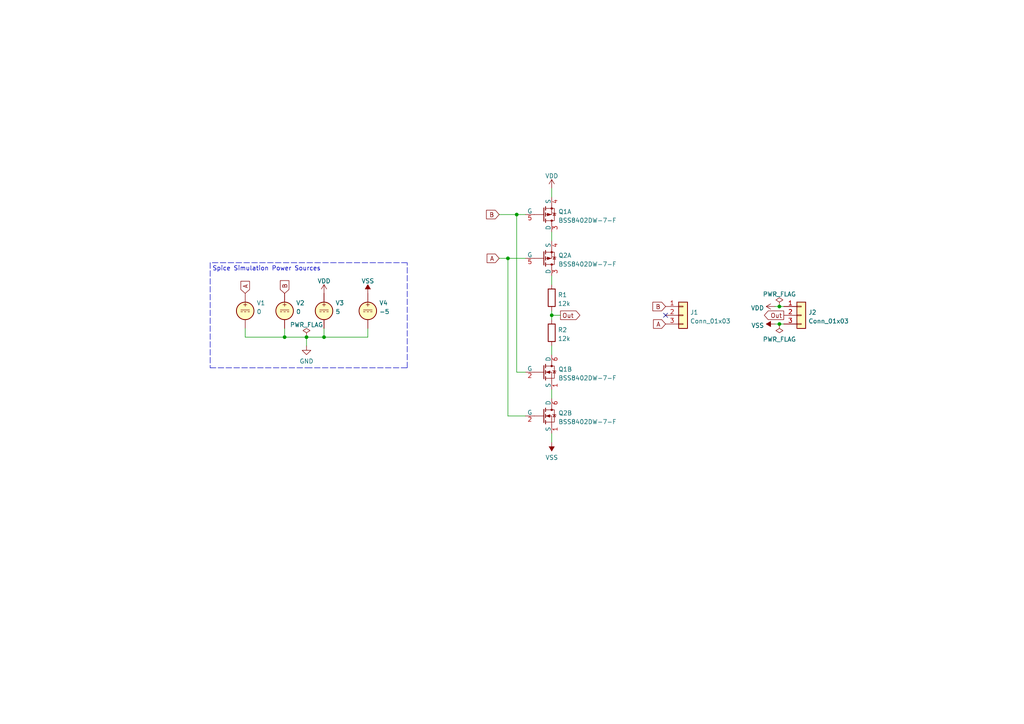
<source format=kicad_sch>
(kicad_sch (version 20250114) (generator "eeschema") (generator_version "9.0")
  (paper "A4")
  (title_block (title "Balanced Ternary Not Any Gate") (date "2022-08-04") (rev "0"))
  (lib_symbols
    (symbol "Connector_Generic:Conn_01x03" (pin_names (offset 1.016) (hide yes))
      (property "Reference" "J" (at 0 5.08 0))
      (property "Value" "Conn_01x03" (at 0 -5.08 0))
      (symbol "Conn_01x03_1_1"
        (rectangle (start -1.27 3.81) (end 1.27 -3.81) (stroke (width 0.254)) (fill (type background)))
        (rectangle (start -1.27 2.667) (end 0 2.413) (stroke (width 0.1524)))
        (rectangle (start -1.27 0.127) (end 0 -0.127) (stroke (width 0.1524)))
        (rectangle (start -1.27 -2.413) (end 0 -2.667) (stroke (width 0.1524)))
        (pin passive line (at -5.08 2.54 0) (length 3.81) (name "Pin_1") (number "1"))
        (pin passive line (at -5.08 0 0) (length 3.81) (name "Pin_2") (number "2"))
        (pin passive line (at -5.08 -2.54 0) (length 3.81) (name "Pin_3") (number "3"))
      )
    )
    (symbol "Device:R" (pin_numbers (hide yes)) (pin_names (offset 0))
      (property "Reference" "R" (at 2.032 0 90))
      (property "Value" "R" (at 0 0 90))
      (symbol "R_0_1"
        (rectangle (start -1.016 -2.54) (end 1.016 2.54) (stroke (width 0.254)))
      )
      (symbol "R_1_1"
        (pin passive line (at 0 3.81 270) (length 1.27) (name "~") (number "1"))
        (pin passive line (at 0 -3.81 90) (length 1.27) (name "~") (number "2"))
      )
    )
    (symbol "Simulation_SPICE:VDC" (pin_numbers (hide yes)) (pin_names (offset 0.0254))
      (property "Reference" "V" (at 2.54 2.54 0))
      (property "Value" "VDC" (at 2.54 0 0))
      (property "Spice_Model" "dc(1)" (at 2.54 -2.54 0))
      (symbol "VDC_0_0"
        (polyline (pts (xy -1.27 0.254) (xy 1.27 0.254)))
        (polyline (pts (xy -0.762 -0.254) (xy -1.27 -0.254)))
        (polyline (pts (xy 0.254 -0.254) (xy -0.254 -0.254)))
        (polyline (pts (xy 1.27 -0.254) (xy 0.762 -0.254)))
        (text "+" (at 0 1.905 0) (effects (font (size 1.27 1.27))))
      )
      (symbol "VDC_0_1"
        (circle (center 0 0) (radius 2.54) (stroke (width 0.254)) (fill (type background)))
      )
      (symbol "VDC_1_1"
        (pin passive line (at 0 5.08 270) (length 2.54) (name "~") (number "1"))
        (pin passive line (at 0 -5.08 90) (length 2.54) (name "~") (number "2"))
      )
    )
    (symbol "Tritium:BSS8402DW-7-F" (pin_names (offset 0))
      (property "Reference" "Q" (at 2.54 1.27 0))
      (property "Value" "BSS8402DW-7-F" (at 2.54 -1.27 0))
      (symbol "BSS8402DW-7-F_0_1"
        (polyline (pts (xy -2.286 0) (xy -5.08 0)))
        (polyline (pts (xy -2.286 -1.905) (xy -2.286 1.905)) (stroke (width 0.254)))
        (polyline (pts (xy -1.778 1.27) (xy -1.778 2.286)) (stroke (width 0.254)))
        (polyline (pts (xy -1.778 -0.508) (xy -1.778 0.508)) (stroke (width 0.254)))
        (polyline (pts (xy -1.778 -1.778) (xy 0.762 -1.778) (xy 0.762 1.778) (xy -1.778 1.778)))
        (polyline (pts (xy -1.778 -2.286) (xy -1.778 -1.27)) (stroke (width 0.254)))
        (polyline (pts (xy 0 2.54) (xy 0 1.778)))
        (circle (center 0 1.778) (radius 0.254) (fill (type outline)))
        (polyline (pts (xy 0.254 0.508) (xy 0.381 0.381) (xy 1.143 0.381) (xy 1.27 0.254)))
        (polyline (pts (xy 0.762 0.381) (xy 0.381 -0.254) (xy 1.143 -0.254) (xy 0.762 0.381)))
      )
      (symbol "BSS8402DW-7-F_1_1"
        (polyline (pts (xy -0.254 0) (xy -1.27 -0.381) (xy -1.27 0.381) (xy -0.254 0)) (fill (type outline)))
        (polyline (pts (xy 0 2.54) (xy 0 0) (xy -1.778 0)))
        (circle (center 0 -1.778) (radius 0.254) (fill (type outline)))
        (polyline (pts (xy 0 -2.54) (xy 0 -1.778)))
        (pin input line (at -7.62 0 0) (length 2.54) (name "G") (number "5"))
        (pin passive line (at 0 5.08 270) (length 2.54) (name "S") (number "4"))
        (pin passive line (at 0 -5.08 90) (length 2.54) (name "D") (number "3"))
      )
      (symbol "BSS8402DW-7-F_2_1"
        (polyline (pts (xy -1.524 0) (xy -0.508 0.381) (xy -0.508 -0.381) (xy -1.524 0)) (fill (type outline)))
        (polyline (pts (xy 0 -2.54) (xy 0 0) (xy -1.778 0)))
        (pin input line (at -7.62 0 0) (length 2.54) (name "G") (number "2"))
        (pin passive line (at 0 5.08 270) (length 2.54) (name "D") (number "6"))
        (pin passive line (at 0 -5.08 90) (length 2.54) (name "S") (number "1"))
      )
    )
    (symbol "power:GND" (power) (pin_names (offset 0))
      (property "Value" "GND" (at 0 -3.81 0))
      (symbol "GND_0_1"
        (polyline (pts (xy 0 0) (xy 0 -1.27) (xy 1.27 -1.27) (xy 0 -2.54) (xy -1.27 -1.27) (xy 0 -1.27)))
      )
      (symbol "GND_1_1"
        (pin power_in line (at 0 0 270) (length 0) (hide yes) (name "GND") (number "1"))
      )
    )
    (symbol "power:PWR_FLAG" (power) (pin_numbers (hide yes)) (pin_names (offset 0) (hide yes))
      (property "Value" "PWR_FLAG" (at 0 3.81 0))
      (symbol "PWR_FLAG_0_0"
        (pin power_out line (at 0 0 90) (length 0) (name "pwr") (number "1"))
      )
      (symbol "PWR_FLAG_0_1"
        (polyline (pts (xy 0 0) (xy 0 1.27) (xy -1.016 1.905) (xy 0 2.54) (xy 1.016 1.905) (xy 0 1.27)))
      )
    )
    (symbol "power:VDD" (power) (pin_names (offset 0))
      (property "Value" "VDD" (at 0 3.81 0))
      (symbol "VDD_0_1"
        (polyline (pts (xy -0.762 1.27) (xy 0 2.54)))
        (polyline (pts (xy 0 2.54) (xy 0.762 1.27)))
        (polyline (pts (xy 0 0) (xy 0 2.54)))
      )
      (symbol "VDD_1_1"
        (pin power_in line (at 0 0 90) (length 0) (hide yes) (name "VDD") (number "1"))
      )
    )
    (symbol "power:VSS" (power) (pin_names (offset 0))
      (property "Value" "VSS" (at 0 3.81 0))
      (symbol "VSS_0_1"
        (polyline (pts (xy 0 0) (xy 0 2.54)))
        (polyline (pts (xy 0.762 1.27) (xy -0.762 1.27) (xy 0 2.54) (xy 0.762 1.27)) (fill (type outline)))
      )
      (symbol "VSS_1_1"
        (pin power_in line (at 0 0 90) (length 0) (hide yes) (name "VSS") (number "1"))
      )
    )
  )
  (text "Spice Simulation Power Sources" (at 61.595 78.74 0) (effects (font (size 1.27 1.27)) (justify left bottom)))
  (junction (at 147.32 74.93))
  (junction (at 226.06 93.98))
  (junction (at 160.02 91.44))
  (junction (at 93.98 97.79))
  (junction (at 88.9 97.79))
  (junction (at 226.06 88.9))
  (junction (at 82.55 97.79))
  (junction (at 149.86 62.23))
  (no_connect (at 193.04 91.44))
  (polyline (pts (xy 88.9 106.68) (xy 118.11 106.68)) (stroke (width 0) (type dash)))
  (wire (pts (xy 152.4 74.93) (xy 147.32 74.93)))
  (polyline (pts (xy 118.11 76.2) (xy 60.96 76.2)) (stroke (width 0) (type dash)))
  (wire (pts (xy 71.12 97.79) (xy 82.55 97.79)))
  (wire (pts (xy 149.86 62.23) (xy 149.86 107.95)))
  (wire (pts (xy 160.02 90.17) (xy 160.02 91.44)))
  (wire (pts (xy 149.86 107.95) (xy 152.4 107.95)))
  (wire (pts (xy 88.9 97.79) (xy 88.9 100.33)))
  (polyline (pts (xy 60.96 106.68) (xy 88.9 106.68)) (stroke (width 0) (type dash)))
  (wire (pts (xy 152.4 62.23) (xy 149.86 62.23)))
  (wire (pts (xy 144.78 62.23) (xy 149.86 62.23)))
  (wire (pts (xy 224.79 93.98) (xy 226.06 93.98)))
  (polyline (pts (xy 118.11 106.68) (xy 118.11 76.2)) (stroke (width 0) (type dash)))
  (wire (pts (xy 226.06 93.98) (xy 227.33 93.98)))
  (wire (pts (xy 82.55 95.25) (xy 82.55 97.79)))
  (wire (pts (xy 160.02 91.44) (xy 162.56 91.44)))
  (wire (pts (xy 147.32 74.93) (xy 147.32 120.65)))
  (wire (pts (xy 88.9 97.79) (xy 93.98 97.79)))
  (wire (pts (xy 93.98 97.79) (xy 106.68 97.79)))
  (wire (pts (xy 224.79 88.9) (xy 226.06 88.9)))
  (wire (pts (xy 160.02 125.73) (xy 160.02 128.27)))
  (wire (pts (xy 106.68 97.79) (xy 106.68 95.25)))
  (wire (pts (xy 144.78 74.93) (xy 147.32 74.93)))
  (polyline (pts (xy 60.96 76.2) (xy 60.96 106.68)) (stroke (width 0) (type dash)))
  (wire (pts (xy 82.55 97.79) (xy 88.9 97.79)))
  (wire (pts (xy 160.02 54.61) (xy 160.02 57.15)))
  (wire (pts (xy 160.02 113.03) (xy 160.02 115.57)))
  (wire (pts (xy 226.06 88.9) (xy 227.33 88.9)))
  (wire (pts (xy 160.02 91.44) (xy 160.02 92.71)))
  (wire (pts (xy 160.02 80.01) (xy 160.02 82.55)))
  (wire (pts (xy 160.02 67.31) (xy 160.02 69.85)))
  (wire (pts (xy 93.98 95.25) (xy 93.98 97.79)))
  (wire (pts (xy 71.12 95.25) (xy 71.12 97.79)))
  (wire (pts (xy 147.32 120.65) (xy 152.4 120.65)))
  (wire (pts (xy 160.02 102.87) (xy 160.02 100.33)))
  (global_label "B" (shape input) (at 82.55 85.09 90) (property "Intersheetrefs" "${INTERSHEET_REFS}" (effects (hide yes))))
  (global_label "B" (shape input) (at 144.78 62.23 180) (property "Intersheetrefs" "${INTERSHEET_REFS}" (effects (hide yes))))
  (global_label "A" (shape input) (at 71.12 85.09 90) (property "Intersheetrefs" "${INTERSHEET_REFS}" (effects (hide yes))))
  (global_label "A" (shape input) (at 144.78 74.93 180) (property "Intersheetrefs" "${INTERSHEET_REFS}" (effects (hide yes))))
  (global_label "B" (shape input) (at 193.04 88.9 180) (property "Intersheetrefs" "${INTERSHEET_REFS}" (effects (hide yes))))
  (global_label "Out" (shape output) (at 227.33 91.44 180) (property "Intersheetrefs" "${INTERSHEET_REFS}" (effects (hide yes))))
  (global_label "A" (shape input) (at 193.04 93.98 180) (property "Intersheetrefs" "${INTERSHEET_REFS}" (effects (hide yes))))
  (global_label "Out" (shape output) (at 162.56 91.44 0) (property "Intersheetrefs" "${INTERSHEET_REFS}" (effects (hide yes))))
  (symbol (lib_id "Tritium:BSS8402DW-7-F") (at 160.02 62.23 0) (unit 1)
    (property "Reference" "Q1" (at 161.925 61.3953 0) (effects (justify left)))
    (property "Value" "BSS8402DW-7-F" (at 161.925 63.9322 0) (effects (justify left)))
    (property "Footprint" "Package_TO_SOT_SMD:SOT-363_SC-70-6_Handsoldering" (effects (hide yes)))
    (property "Datasheet" "https://www.diodes.com/assets/Datasheets/ds30380.pdf" (effects (hide yes)))
    (property "Sim.Device" "SPICE" (effects (hide yes)))
    (property "Sim.Params" "type=\"X\" model=\"BSS8402DW\" lib=\"/lab/dev/tritium/library/TritiumSpice.lib\"" (effects (hide yes)))
    (property "Sim.Pins" "3=1 4=2 5=3" (effects (hide yes)))
  )
  (symbol (lib_id "Simulation_SPICE:VDC") (at 106.68 90.17 0) (unit 1)
    (property "Reference" "V4" (at 109.982 87.8771 0) (effects (justify left)))
    (property "Value" "-5" (at 109.982 90.414 0) (effects (justify left)))
    (property "Sim.Device" "V" (effects (hide yes)))
    (property "Sim.Type" "DC" (effects (hide yes)))
    (property "Sim.Pins" "1=+ 2=-" (effects (hide yes)))
  )
  (symbol (lib_id "Tritium:BSS8402DW-7-F") (at 160.02 107.95 0) (unit 2)
    (property "Reference" "Q1" (at 161.925 107.1153 0) (effects (justify left)))
    (property "Value" "BSS8402DW-7-F" (at 161.925 109.6522 0) (effects (justify left)))
    (property "Footprint" "Package_TO_SOT_SMD:SOT-363_SC-70-6_Handsoldering" (effects (hide yes)))
    (property "Datasheet" "https://www.diodes.com/assets/Datasheets/ds30380.pdf" (effects (hide yes)))
    (property "Sim.Device" "SPICE" (effects (hide yes)))
    (property "Sim.Params" "type=\"X\" model=\"BSS8402DW\" lib=\"/lab/dev/tritium/library/TritiumSpice.lib\"" (effects (hide yes)))
    (property "Sim.Pins" "1=1 2=2 6=3" (effects (hide yes)))
  )
  (symbol (lib_id "Connector_Generic:Conn_01x03") (at 232.41 91.44 0) (unit 1) (exclude_from_sim yes)
    (property "Reference" "J2" (at 234.442 90.6053 0) (effects (justify left)))
    (property "Value" "Conn_01x03" (at 234.442 93.1422 0) (effects (justify left)))
    (property "Footprint" "Tritium:PinHeader_1x03_P2.54mm_Vertical_NoSilkscreen" (effects (hide yes)))
    (property "Sim.Device" "SPICE" (effects (hide yes)))
    (property "Sim.Params" "type=\"J\" model=\"Conn_01x03\" lib=\"\"" (effects (hide yes)))
    (property "Sim.Pins" "1=1 2=2 3=3" (effects (hide yes)))
  )
  (symbol (lib_id "Device:R") (at 160.02 96.52 0) (unit 1)
    (property "Reference" "R2" (at 161.798 95.6853 0) (effects (justify left)))
    (property "Value" "12k" (at 161.798 98.2222 0) (effects (justify left)))
    (property "Footprint" "Resistor_SMD:R_0603_1608Metric_Pad0.98x0.95mm_HandSolder" (effects (hide yes)))
  )
  (symbol (lib_id "power:PWR_FLAG") (at 226.06 88.9 0) (unit 1)
    (property "Reference" "#FLG01" (effects (hide yes)))
    (property "Value" "PWR_FLAG" (at 226.06 85.3242 0))
  )
  (symbol (lib_id "power:VDD") (at 160.02 54.61 0) (unit 1)
    (property "Reference" "#PWR04" (effects (hide yes)))
    (property "Value" "VDD" (at 160.02 51.0342 0))
  )
  (symbol (lib_id "Simulation_SPICE:VDC") (at 71.12 90.17 0) (unit 1)
    (property "Reference" "V1" (at 74.422 87.8771 0) (effects (justify left)))
    (property "Value" "0" (at 74.422 90.414 0) (effects (justify left)))
    (property "Sim.Device" "V" (effects (hide yes)))
    (property "Sim.Type" "DC" (effects (hide yes)))
    (property "Sim.Pins" "1=+ 2=-" (effects (hide yes)))
  )
  (symbol (lib_id "power:VDD") (at 93.98 85.09 0) (unit 1)
    (property "Reference" "#PWR02" (effects (hide yes)))
    (property "Value" "VDD" (at 93.98 81.5142 0))
  )
  (symbol (lib_id "Tritium:BSS8402DW-7-F") (at 160.02 120.65 0) (unit 2)
    (property "Reference" "Q2" (at 161.925 119.8153 0) (effects (justify left)))
    (property "Value" "BSS8402DW-7-F" (at 161.925 122.3522 0) (effects (justify left)))
    (property "Footprint" "Package_TO_SOT_SMD:SOT-363_SC-70-6_Handsoldering" (effects (hide yes)))
    (property "Datasheet" "https://www.diodes.com/assets/Datasheets/ds30380.pdf" (effects (hide yes)))
    (property "Sim.Device" "SPICE" (effects (hide yes)))
    (property "Sim.Params" "type=\"X\" model=\"BSS8402DW\" lib=\"/lab/dev/tritium/library/TritiumSpice.lib\"" (effects (hide yes)))
    (property "Sim.Pins" "1=1 2=2 6=3" (effects (hide yes)))
  )
  (symbol (lib_id "Tritium:BSS8402DW-7-F") (at 160.02 74.93 0) (unit 1)
    (property "Reference" "Q2" (at 161.925 74.0953 0) (effects (justify left)))
    (property "Value" "BSS8402DW-7-F" (at 161.925 76.6322 0) (effects (justify left)))
    (property "Footprint" "Package_TO_SOT_SMD:SOT-363_SC-70-6_Handsoldering" (effects (hide yes)))
    (property "Datasheet" "https://www.diodes.com/assets/Datasheets/ds30380.pdf" (effects (hide yes)))
    (property "Sim.Device" "SPICE" (effects (hide yes)))
    (property "Sim.Params" "type=\"X\" model=\"BSS8402DW\" lib=\"/lab/dev/tritium/library/TritiumSpice.lib\"" (effects (hide yes)))
    (property "Sim.Pins" "3=1 4=2 5=3" (effects (hide yes)))
  )
  (symbol (lib_id "Connector_Generic:Conn_01x03") (at 198.12 91.44 0) (unit 1) (exclude_from_sim yes)
    (property "Reference" "J1" (at 200.152 90.6053 0) (effects (justify left)))
    (property "Value" "Conn_01x03" (at 200.152 93.1422 0) (effects (justify left)))
    (property "Footprint" "Tritium:PinHeader_1x03_P2.54mm_Vertical_NoSilkscreen" (effects (hide yes)))
    (property "Sim.Device" "SPICE" (effects (hide yes)))
    (property "Sim.Params" "type=\"J\" model=\"Conn_01x03\" lib=\"\"" (effects (hide yes)))
    (property "Sim.Pins" "1=1 2=2 3=3" (effects (hide yes)))
  )
  (symbol (lib_id "power:GND") (at 88.9 100.33 0) (unit 1)
    (property "Reference" "#PWR01" (effects (hide yes)))
    (property "Value" "GND" (at 88.9 104.7734 0))
  )
  (symbol (lib_id "power:PWR_FLAG") (at 88.9 97.79 0) (unit 1)
    (property "Reference" "#FLG0101" (effects (hide yes)))
    (property "Value" "PWR_FLAG" (at 88.9 94.2142 0))
  )
  (symbol (lib_id "Simulation_SPICE:VDC") (at 93.98 90.17 0) (unit 1)
    (property "Reference" "V3" (at 97.282 87.8771 0) (effects (justify left)))
    (property "Value" "5" (at 97.282 90.414 0) (effects (justify left)))
    (property "Sim.Device" "V" (effects (hide yes)))
    (property "Sim.Type" "DC" (effects (hide yes)))
    (property "Sim.Pins" "1=+ 2=-" (effects (hide yes)))
  )
  (symbol (lib_id "power:VSS") (at 224.79 93.98 90) (unit 1)
    (property "Reference" "#PWR07" (effects (hide yes)))
    (property "Value" "VSS" (at 221.615 94.4138 90) (effects (justify left)))
  )
  (symbol (lib_id "Simulation_SPICE:VDC") (at 82.55 90.17 0) (unit 1)
    (property "Reference" "V2" (at 85.852 87.8771 0) (effects (justify left)))
    (property "Value" "0" (at 85.852 90.414 0) (effects (justify left)))
    (property "Sim.Device" "V" (effects (hide yes)))
    (property "Sim.Type" "DC" (effects (hide yes)))
    (property "Sim.Pins" "1=+ 2=-" (effects (hide yes)))
  )
  (symbol (lib_id "power:VDD") (at 224.79 88.9 90) (unit 1)
    (property "Reference" "#PWR06" (effects (hide yes)))
    (property "Value" "VDD" (at 221.615 89.3338 90) (effects (justify left)))
  )
  (symbol (lib_id "power:VSS") (at 106.68 85.09 0) (unit 1)
    (property "Reference" "#PWR03" (effects (hide yes)))
    (property "Value" "VSS" (at 106.68 81.5142 0))
  )
  (symbol (lib_id "power:PWR_FLAG") (at 226.06 93.98 180) (unit 1)
    (property "Reference" "#FLG02" (effects (hide yes)))
    (property "Value" "PWR_FLAG" (at 226.06 98.4234 0))
  )
  (symbol (lib_id "power:VSS") (at 160.02 128.27 180) (unit 1)
    (property "Reference" "#PWR05" (effects (hide yes)))
    (property "Value" "VSS" (at 160.02 132.7134 0))
  )
  (symbol (lib_id "Device:R") (at 160.02 86.36 0) (unit 1)
    (property "Reference" "R1" (at 161.798 85.5253 0) (effects (justify left)))
    (property "Value" "12k" (at 161.798 88.0622 0) (effects (justify left)))
    (property "Footprint" "Resistor_SMD:R_0603_1608Metric_Pad0.98x0.95mm_HandSolder" (effects (hide yes)))
  )
)
</source>
